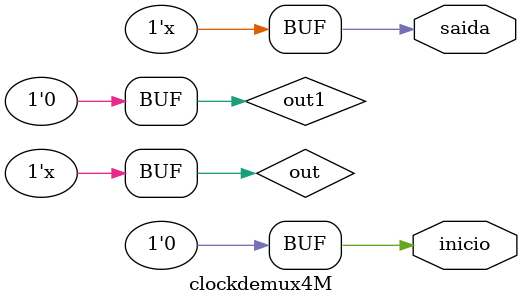
<source format=v>
module clockdemux4M (saida, inicio);

         output wire saida;
         output wire inicio;
         reg out;
         reg out1;

    assign saida = out;
    assign inicio = out1;

initial
begin
    out = 0;
     out1 = 1;
end
always
begin
   #125 out = ~out;
    out1 = 0;
end
endmodule

</source>
